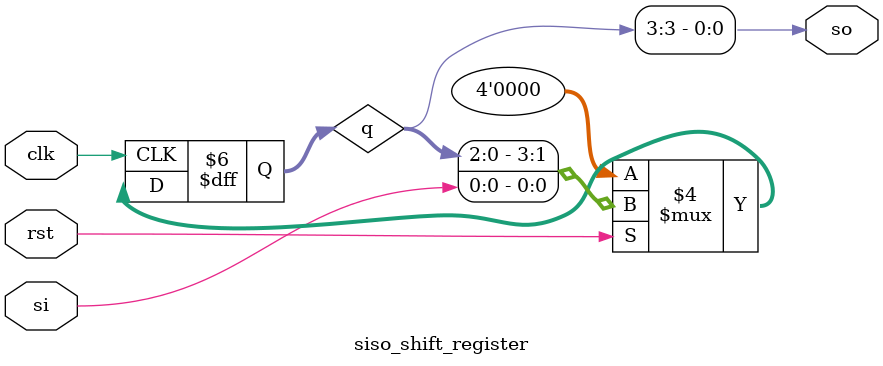
<source format=v>
module siso_shift_register (si,clk,rst,so);
input si,clk,rst;
output so;

reg [3:0]q;
always @(posedge clk)begin
    if(!rst)
    q<=4'b0000;
    else 
    q<={q[2:0],si};
end
assign so=q[3];
endmodule
</source>
